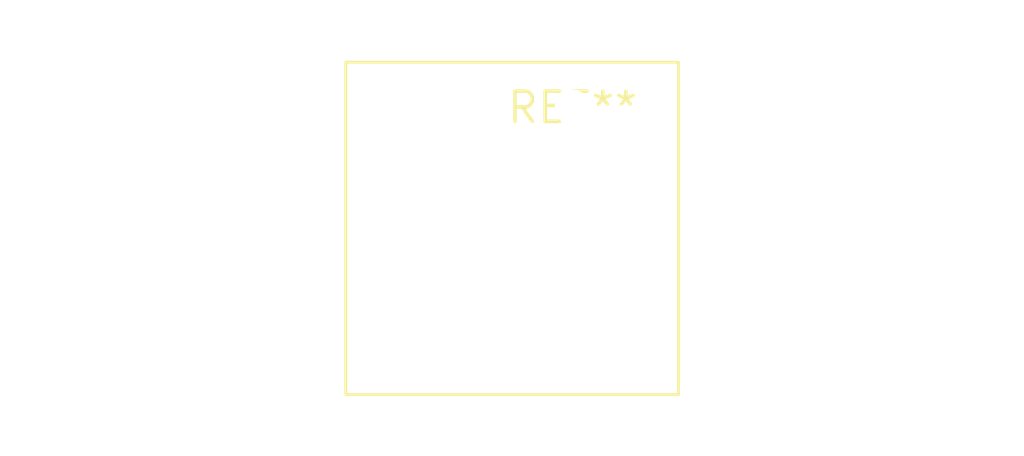
<source format=kicad_pcb>
(kicad_pcb (version 20240108) (generator pcbnew)
  (layers (0 "F.Cu" signal) (31 "B.Cu" signal) (34 "B.Paste" user) (35 "F.Paste" user) (36 "B.SilkS" user "B.Silkscreen") (37 "F.SilkS" user "F.Silkscreen") (38 "B.Mask" user) (39 "F.Mask" user) (44 "Edge.Cuts" user))
  (net 0 "")
  (footprint "SW_Cherry_MX_2.25u_Plate" (layer "F.Cu") (at 0 0)
    (property "Reference" "REF**")
    (property "Value" "SW_Cherry_MX_2.25u_Plate")
    (fp_line (start -9.525 -1.905) (end 4.445 -1.905) (layer "F.SilkS") (stroke (width 0.12)))
    (fp_line (start -9.525 12.065) (end -9.525 -1.905) (layer "F.SilkS") (stroke (width 0.12)))
    (fp_line (start 4.445 -1.905) (end 4.445 12.065) (layer "F.SilkS") (stroke (width 0.12)))
    (fp_line (start 4.445 12.065) (end -9.525 12.065) (layer "F.SilkS") (stroke (width 0.12)))
    (pad "" np_thru_hole circle (at -2.54 5.08) (size 4 4) (drill 4) (layers *.Cu *.Mask))
    (pad "1" thru_hole circle (at 0 0) (size 2.2 2.2) (drill 1.5) (layers *.Cu *.Mask) (remove_unused_layers))
    (pad "2" thru_hole circle (at -6.35 2.54) (size 2.2 2.2) (drill 1.5) (layers *.Cu *.Mask) (remove_unused_layers))
  )
)
</source>
